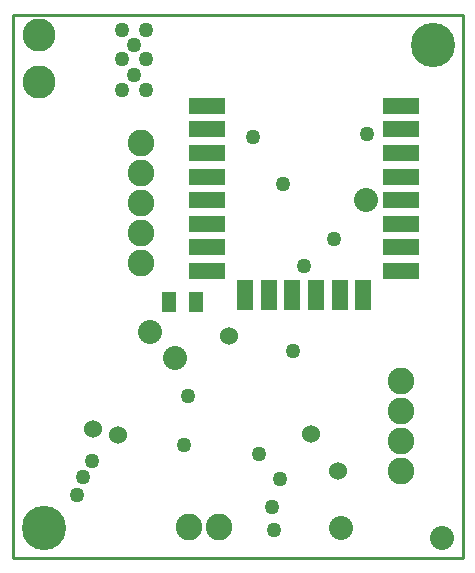
<source format=gbs>
%FSLAX25Y25*%
%MOIN*%
G70*
G01*
G75*
G04 Layer_Color=16711935*
%ADD10R,0.05906X0.03937*%
%ADD11R,0.03937X0.05906*%
%ADD12R,0.11024X0.07874*%
%ADD13R,0.05512X0.07087*%
%ADD14R,0.07874X0.14961*%
%ADD15R,0.10000X0.20000*%
%ADD16R,0.01700X0.06600*%
%ADD17R,0.15748X0.07874*%
%ADD18R,0.10000X0.03000*%
%ADD19R,0.09000X0.15000*%
%ADD20R,0.08465X0.05000*%
%ADD21R,0.03500X0.05000*%
%ADD22R,0.04200X0.02600*%
%ADD23R,0.05512X0.06299*%
%ADD24R,0.09449X0.06299*%
%ADD25C,0.02000*%
%ADD26C,0.05000*%
%ADD27C,0.06000*%
%ADD28C,0.04500*%
%ADD29C,0.05500*%
%ADD30C,0.01500*%
%ADD31C,0.03000*%
%ADD32C,0.04000*%
%ADD33C,0.02500*%
%ADD34C,0.01000*%
%ADD35R,0.08000X0.04428*%
%ADD36R,0.07572X0.06428*%
%ADD37R,0.06500X0.08500*%
%ADD38R,0.04500X0.03500*%
%ADD39R,0.04000X0.12000*%
%ADD40R,0.04700X0.09400*%
%ADD41R,0.10000X0.05200*%
%ADD42R,0.15100X0.28000*%
%ADD43R,0.08000X0.06500*%
%ADD44R,0.07500X0.03500*%
%ADD45C,0.07874*%
%ADD46C,0.13780*%
%ADD47C,0.10000*%
%ADD48C,0.04000*%
%ADD49C,0.07000*%
%ADD50C,0.05000*%
%ADD51R,0.04724X0.09449*%
%ADD52R,0.11024X0.04724*%
%ADD53R,0.23500X0.29000*%
%ADD54C,0.00394*%
%ADD55C,0.00200*%
%ADD56C,0.00300*%
%ADD57C,0.00197*%
%ADD58C,0.00500*%
%ADD59C,0.00787*%
%ADD60C,0.00050*%
%ADD61C,0.00800*%
%ADD62R,0.02100X0.06299*%
%ADD63R,0.06000X0.16929*%
%ADD64R,0.02100X0.06299*%
%ADD65R,0.02300X0.06299*%
%ADD66R,0.06906X0.04937*%
%ADD67R,0.04937X0.06906*%
%ADD68R,0.12024X0.08874*%
%ADD69R,0.06512X0.08087*%
%ADD70R,0.08874X0.15961*%
%ADD71R,0.11000X0.21000*%
%ADD72R,0.02700X0.07600*%
%ADD73R,0.16748X0.08874*%
%ADD74R,0.11000X0.04000*%
%ADD75R,0.10000X0.16000*%
%ADD76R,0.09465X0.06000*%
%ADD77R,0.04500X0.06000*%
%ADD78R,0.05200X0.03600*%
%ADD79R,0.06512X0.07299*%
%ADD80R,0.10449X0.07299*%
%ADD81C,0.08874*%
%ADD82C,0.14779*%
%ADD83C,0.11000*%
%ADD84C,0.08000*%
%ADD85C,0.06000*%
%ADD86R,0.05724X0.10449*%
%ADD87R,0.12024X0.05724*%
D34*
X139500Y-10000D02*
Y171000D01*
X-10500Y-10000D02*
X139500D01*
X-10500Y171000D02*
X139500D01*
X-10500Y-10000D02*
Y171000D01*
D50*
X79600Y114700D02*
D03*
X86600Y87200D02*
D03*
X12900Y16800D02*
D03*
X78400Y16300D02*
D03*
X71500Y24700D02*
D03*
X76700Y-600D02*
D03*
X75900Y7000D02*
D03*
X48000Y43900D02*
D03*
X16000Y22200D02*
D03*
X34000Y146000D02*
D03*
X26000D02*
D03*
X30000Y151000D02*
D03*
X34000Y156200D02*
D03*
X26000D02*
D03*
X30000Y161000D02*
D03*
X34000Y166000D02*
D03*
X26000D02*
D03*
X69600Y130200D02*
D03*
X10800Y11000D02*
D03*
X46600Y27700D02*
D03*
X83000Y58900D02*
D03*
X107600Y131200D02*
D03*
X96600Y96200D02*
D03*
D67*
X50600Y75200D02*
D03*
X41600D02*
D03*
D81*
X32100Y98200D02*
D03*
Y108200D02*
D03*
Y118200D02*
D03*
Y128200D02*
D03*
Y88200D02*
D03*
X119000Y18800D02*
D03*
Y28800D02*
D03*
Y38800D02*
D03*
Y48800D02*
D03*
X58100Y200D02*
D03*
X48100D02*
D03*
D82*
X0Y0D02*
D03*
X129500Y160800D02*
D03*
D83*
X-1900Y148700D02*
D03*
Y164300D02*
D03*
D84*
X35100Y65200D02*
D03*
X132500Y-3500D02*
D03*
X98800Y-100D02*
D03*
X107100Y109200D02*
D03*
X43500Y56600D02*
D03*
D85*
X98000Y18800D02*
D03*
X89000Y31200D02*
D03*
X16100Y33100D02*
D03*
X24400Y31000D02*
D03*
X61700Y64100D02*
D03*
D86*
X66919Y77708D02*
D03*
X74793D02*
D03*
X82667D02*
D03*
X90541D02*
D03*
X98415D02*
D03*
X106289D02*
D03*
D87*
X118887Y85582D02*
D03*
Y93456D02*
D03*
Y101330D02*
D03*
Y109204D02*
D03*
Y117078D02*
D03*
Y124952D02*
D03*
Y132826D02*
D03*
Y140700D02*
D03*
X54321D02*
D03*
Y132826D02*
D03*
Y124952D02*
D03*
Y117078D02*
D03*
Y109204D02*
D03*
Y101330D02*
D03*
Y93456D02*
D03*
Y85582D02*
D03*
M02*

</source>
